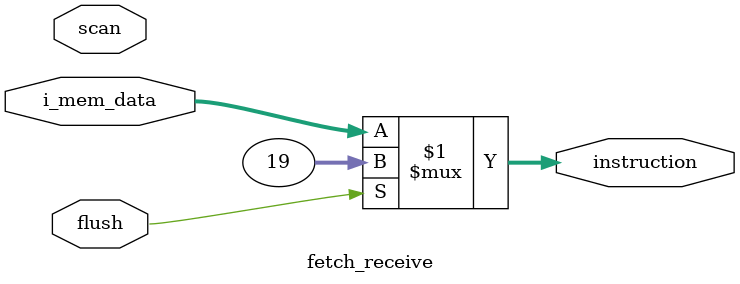
<source format=v>
/** @module : fetch_receive
 *  @author : Adaptive & Secure Computing Systems (ASCS) Laboratory

 *  Copyright (c) 2021 STAM Center (ASCS Lab/CAES Lab/STAM Center/ASU)
 *  Permission is hereby granted, free of charge, to any person obtaining a copy
 *  of this software and associated documentation files (the "Software"), to deal
 *  in the Software without restriction, including without limitation the rights
 *  to use, copy, modify, merge, publish, distribute, sublicense, and/or sell
 *  copies of the Software, and to permit persons to whom the Software is
 *  furnished to do so, subject to the following conditions:
 *  The above copyright notice and this permission notice shall be included in
 *  all copies or substantial portions of the Software.

 *  THE SOFTWARE IS PROVIDED "AS IS", WITHOUT WARRANTY OF ANY KIND, EXPRESS OR
 *  IMPLIED, INCLUDING BUT NOT LIMITED TO THE WARRANTIES OF MERCHANTABILITY,
 *  FITNESS FOR A PARTICULAR PURPOSE AND NONINFRINGEMENT. IN NO EVENT SHALL THE
 *  AUTHORS OR COPYRIGHT HOLDERS BE LIABLE FOR ANY CLAIM, DAMAGES OR OTHER
 *  LIABILITY, WHETHER IN AN ACTION OF CONTRACT, TORT OR OTHERWISE, ARISING FROM,
 *  OUT OF OR IN CONNECTION WITH THE SOFTWARE OR THE USE OR OTHER DEALINGS IN
 *  THE SOFTWARE.
 */

module fetch_receive #(
  parameter DATA_WIDTH      =   32,
  parameter SCAN_CYCLES_MIN =    0,
  parameter SCAN_CYCLES_MAX = 1000
)(
  // Control signals
  input  flush,

  // Instruction memory interface
  input  [DATA_WIDTH-1  :0] i_mem_data,

  // Outputs to with decode
  output [DATA_WIDTH-1  :0] instruction,

  //scan signal
  input scan
);

localparam NOP = 32'h00000013;

assign instruction = flush ? NOP : i_mem_data;

endmodule

</source>
